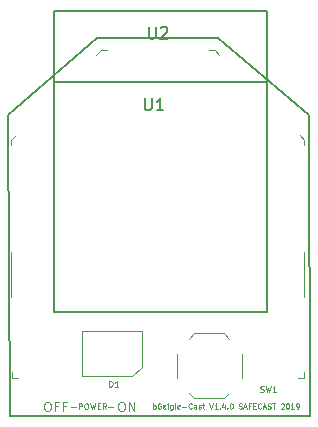
<source format=gto>
%TF.GenerationSoftware,KiCad,Pcbnew,(5.1.0-1094-g655126d66)*%
%TF.CreationDate,2019-06-26T20:43:34+09:00*%
%TF.ProjectId,xbee,78626565-2e6b-4696-9361-645f70636258,rev?*%
%TF.SameCoordinates,Original*%
%TF.FileFunction,Legend,Top*%
%TF.FilePolarity,Positive*%
%FSLAX46Y46*%
G04 Gerber Fmt 4.6, Leading zero omitted, Abs format (unit mm)*
G04 Created by KiCad (PCBNEW (5.1.0-1094-g655126d66)) date 2019-06-26 20:43:34*
%MOMM*%
%LPD*%
G04 APERTURE LIST*
%ADD10C,0.050000*%
%ADD11C,0.150000*%
%ADD12C,0.100000*%
%ADD13C,0.120000*%
%ADD14C,0.075000*%
G04 APERTURE END LIST*
D10*
X141076190Y-121509523D02*
X141504761Y-121509523D01*
X141695238Y-121676190D02*
X141695238Y-121176190D01*
X141885714Y-121176190D01*
X141933333Y-121200000D01*
X141957142Y-121223809D01*
X141980952Y-121271428D01*
X141980952Y-121342857D01*
X141957142Y-121390476D01*
X141933333Y-121414285D01*
X141885714Y-121438095D01*
X141695238Y-121438095D01*
X142290476Y-121176190D02*
X142385714Y-121176190D01*
X142433333Y-121200000D01*
X142480952Y-121247619D01*
X142504761Y-121342857D01*
X142504761Y-121509523D01*
X142480952Y-121604761D01*
X142433333Y-121652380D01*
X142385714Y-121676190D01*
X142290476Y-121676190D01*
X142242857Y-121652380D01*
X142195238Y-121604761D01*
X142171428Y-121509523D01*
X142171428Y-121342857D01*
X142195238Y-121247619D01*
X142242857Y-121200000D01*
X142290476Y-121176190D01*
X142671428Y-121176190D02*
X142790476Y-121676190D01*
X142885714Y-121319047D01*
X142980952Y-121676190D01*
X143100000Y-121176190D01*
X143290476Y-121414285D02*
X143457142Y-121414285D01*
X143528571Y-121676190D02*
X143290476Y-121676190D01*
X143290476Y-121176190D01*
X143528571Y-121176190D01*
X144028571Y-121676190D02*
X143861904Y-121438095D01*
X143742857Y-121676190D02*
X143742857Y-121176190D01*
X143933333Y-121176190D01*
X143980952Y-121200000D01*
X144004761Y-121223809D01*
X144028571Y-121271428D01*
X144028571Y-121342857D01*
X144004761Y-121390476D01*
X143980952Y-121414285D01*
X143933333Y-121438095D01*
X143742857Y-121438095D01*
X144195238Y-121509523D02*
X144623809Y-121509523D01*
X138988095Y-121061904D02*
X139140476Y-121061904D01*
X139216666Y-121100000D01*
X139292857Y-121176190D01*
X139330952Y-121328571D01*
X139330952Y-121595238D01*
X139292857Y-121747619D01*
X139216666Y-121823809D01*
X139140476Y-121861904D01*
X138988095Y-121861904D01*
X138911904Y-121823809D01*
X138835714Y-121747619D01*
X138797619Y-121595238D01*
X138797619Y-121328571D01*
X138835714Y-121176190D01*
X138911904Y-121100000D01*
X138988095Y-121061904D01*
X139940476Y-121442857D02*
X139673809Y-121442857D01*
X139673809Y-121861904D02*
X139673809Y-121061904D01*
X140054761Y-121061904D01*
X140626190Y-121442857D02*
X140359523Y-121442857D01*
X140359523Y-121861904D02*
X140359523Y-121061904D01*
X140740476Y-121061904D01*
X145254761Y-121061904D02*
X145407142Y-121061904D01*
X145483333Y-121100000D01*
X145559523Y-121176190D01*
X145597619Y-121328571D01*
X145597619Y-121595238D01*
X145559523Y-121747619D01*
X145483333Y-121823809D01*
X145407142Y-121861904D01*
X145254761Y-121861904D01*
X145178571Y-121823809D01*
X145102380Y-121747619D01*
X145064285Y-121595238D01*
X145064285Y-121328571D01*
X145102380Y-121176190D01*
X145178571Y-121100000D01*
X145254761Y-121061904D01*
X145940476Y-121861904D02*
X145940476Y-121061904D01*
X146397619Y-121861904D01*
X146397619Y-121061904D01*
D11*
X143250000Y-90250000D02*
X153500000Y-90250000D01*
X135750000Y-96750000D02*
X143250000Y-90250000D01*
X135750000Y-96750000D02*
X135850000Y-122250000D01*
X153500000Y-90250000D02*
X161201100Y-96750000D01*
X161201100Y-96750000D02*
X161250000Y-122250000D01*
X161250000Y-122250000D02*
X135850000Y-122250000D01*
D10*
X147989642Y-121628571D02*
X147989642Y-121178571D01*
X147989642Y-121350000D02*
X148032500Y-121328571D01*
X148118214Y-121328571D01*
X148161071Y-121350000D01*
X148182500Y-121371428D01*
X148203928Y-121414285D01*
X148203928Y-121542857D01*
X148182500Y-121585714D01*
X148161071Y-121607142D01*
X148118214Y-121628571D01*
X148032500Y-121628571D01*
X147989642Y-121607142D01*
X148632500Y-121200000D02*
X148589642Y-121178571D01*
X148525357Y-121178571D01*
X148461071Y-121200000D01*
X148418214Y-121242857D01*
X148396785Y-121285714D01*
X148375357Y-121371428D01*
X148375357Y-121435714D01*
X148396785Y-121521428D01*
X148418214Y-121564285D01*
X148461071Y-121607142D01*
X148525357Y-121628571D01*
X148568214Y-121628571D01*
X148632500Y-121607142D01*
X148653928Y-121585714D01*
X148653928Y-121435714D01*
X148568214Y-121435714D01*
X149018214Y-121607142D02*
X148975357Y-121628571D01*
X148889642Y-121628571D01*
X148846785Y-121607142D01*
X148825357Y-121564285D01*
X148825357Y-121392857D01*
X148846785Y-121350000D01*
X148889642Y-121328571D01*
X148975357Y-121328571D01*
X149018214Y-121350000D01*
X149039642Y-121392857D01*
X149039642Y-121435714D01*
X148825357Y-121478571D01*
X149232500Y-121628571D02*
X149232500Y-121328571D01*
X149232500Y-121178571D02*
X149211071Y-121200000D01*
X149232500Y-121221428D01*
X149253928Y-121200000D01*
X149232500Y-121178571D01*
X149232500Y-121221428D01*
X149639642Y-121328571D02*
X149639642Y-121692857D01*
X149618214Y-121735714D01*
X149596785Y-121757142D01*
X149553928Y-121778571D01*
X149489642Y-121778571D01*
X149446785Y-121757142D01*
X149639642Y-121607142D02*
X149596785Y-121628571D01*
X149511071Y-121628571D01*
X149468214Y-121607142D01*
X149446785Y-121585714D01*
X149425357Y-121542857D01*
X149425357Y-121414285D01*
X149446785Y-121371428D01*
X149468214Y-121350000D01*
X149511071Y-121328571D01*
X149596785Y-121328571D01*
X149639642Y-121350000D01*
X149853928Y-121628571D02*
X149853928Y-121328571D01*
X149853928Y-121178571D02*
X149832500Y-121200000D01*
X149853928Y-121221428D01*
X149875357Y-121200000D01*
X149853928Y-121178571D01*
X149853928Y-121221428D01*
X150239642Y-121607142D02*
X150196785Y-121628571D01*
X150111071Y-121628571D01*
X150068214Y-121607142D01*
X150046785Y-121564285D01*
X150046785Y-121392857D01*
X150068214Y-121350000D01*
X150111071Y-121328571D01*
X150196785Y-121328571D01*
X150239642Y-121350000D01*
X150261071Y-121392857D01*
X150261071Y-121435714D01*
X150046785Y-121478571D01*
X150453928Y-121457142D02*
X150796785Y-121457142D01*
X151268214Y-121585714D02*
X151246785Y-121607142D01*
X151182500Y-121628571D01*
X151139642Y-121628571D01*
X151075357Y-121607142D01*
X151032500Y-121564285D01*
X151011071Y-121521428D01*
X150989642Y-121435714D01*
X150989642Y-121371428D01*
X151011071Y-121285714D01*
X151032500Y-121242857D01*
X151075357Y-121200000D01*
X151139642Y-121178571D01*
X151182500Y-121178571D01*
X151246785Y-121200000D01*
X151268214Y-121221428D01*
X151653928Y-121628571D02*
X151653928Y-121392857D01*
X151632500Y-121350000D01*
X151589642Y-121328571D01*
X151503928Y-121328571D01*
X151461071Y-121350000D01*
X151653928Y-121607142D02*
X151611071Y-121628571D01*
X151503928Y-121628571D01*
X151461071Y-121607142D01*
X151439642Y-121564285D01*
X151439642Y-121521428D01*
X151461071Y-121478571D01*
X151503928Y-121457142D01*
X151611071Y-121457142D01*
X151653928Y-121435714D01*
X151846785Y-121607142D02*
X151889642Y-121628571D01*
X151975357Y-121628571D01*
X152018214Y-121607142D01*
X152039642Y-121564285D01*
X152039642Y-121542857D01*
X152018214Y-121500000D01*
X151975357Y-121478571D01*
X151911071Y-121478571D01*
X151868214Y-121457142D01*
X151846785Y-121414285D01*
X151846785Y-121392857D01*
X151868214Y-121350000D01*
X151911071Y-121328571D01*
X151975357Y-121328571D01*
X152018214Y-121350000D01*
X152168214Y-121328571D02*
X152339642Y-121328571D01*
X152232500Y-121178571D02*
X152232500Y-121564285D01*
X152253928Y-121607142D01*
X152296785Y-121628571D01*
X152339642Y-121628571D01*
X152768214Y-121178571D02*
X152918214Y-121628571D01*
X153068214Y-121178571D01*
X153453928Y-121628571D02*
X153196785Y-121628571D01*
X153325357Y-121628571D02*
X153325357Y-121178571D01*
X153282500Y-121242857D01*
X153239642Y-121285714D01*
X153196785Y-121307142D01*
X153646785Y-121585714D02*
X153668214Y-121607142D01*
X153646785Y-121628571D01*
X153625357Y-121607142D01*
X153646785Y-121585714D01*
X153646785Y-121628571D01*
X154053928Y-121328571D02*
X154053928Y-121628571D01*
X153946785Y-121157142D02*
X153839642Y-121478571D01*
X154118214Y-121478571D01*
X154289642Y-121585714D02*
X154311071Y-121607142D01*
X154289642Y-121628571D01*
X154268214Y-121607142D01*
X154289642Y-121585714D01*
X154289642Y-121628571D01*
X154589642Y-121178571D02*
X154632500Y-121178571D01*
X154675357Y-121200000D01*
X154696785Y-121221428D01*
X154718214Y-121264285D01*
X154739642Y-121350000D01*
X154739642Y-121457142D01*
X154718214Y-121542857D01*
X154696785Y-121585714D01*
X154675357Y-121607142D01*
X154632500Y-121628571D01*
X154589642Y-121628571D01*
X154546785Y-121607142D01*
X154525357Y-121585714D01*
X154503928Y-121542857D01*
X154482500Y-121457142D01*
X154482500Y-121350000D01*
X154503928Y-121264285D01*
X154525357Y-121221428D01*
X154546785Y-121200000D01*
X154589642Y-121178571D01*
X155253928Y-121607142D02*
X155318214Y-121628571D01*
X155425357Y-121628571D01*
X155468214Y-121607142D01*
X155489642Y-121585714D01*
X155511071Y-121542857D01*
X155511071Y-121500000D01*
X155489642Y-121457142D01*
X155468214Y-121435714D01*
X155425357Y-121414285D01*
X155339642Y-121392857D01*
X155296785Y-121371428D01*
X155275357Y-121350000D01*
X155253928Y-121307142D01*
X155253928Y-121264285D01*
X155275357Y-121221428D01*
X155296785Y-121200000D01*
X155339642Y-121178571D01*
X155446785Y-121178571D01*
X155511071Y-121200000D01*
X155682500Y-121500000D02*
X155896785Y-121500000D01*
X155639642Y-121628571D02*
X155789642Y-121178571D01*
X155939642Y-121628571D01*
X156239642Y-121392857D02*
X156089642Y-121392857D01*
X156089642Y-121628571D02*
X156089642Y-121178571D01*
X156303928Y-121178571D01*
X156475357Y-121392857D02*
X156625357Y-121392857D01*
X156689642Y-121628571D02*
X156475357Y-121628571D01*
X156475357Y-121178571D01*
X156689642Y-121178571D01*
X157139642Y-121585714D02*
X157118214Y-121607142D01*
X157053928Y-121628571D01*
X157011071Y-121628571D01*
X156946785Y-121607142D01*
X156903928Y-121564285D01*
X156882500Y-121521428D01*
X156861071Y-121435714D01*
X156861071Y-121371428D01*
X156882500Y-121285714D01*
X156903928Y-121242857D01*
X156946785Y-121200000D01*
X157011071Y-121178571D01*
X157053928Y-121178571D01*
X157118214Y-121200000D01*
X157139642Y-121221428D01*
X157311071Y-121500000D02*
X157525357Y-121500000D01*
X157268214Y-121628571D02*
X157418214Y-121178571D01*
X157568214Y-121628571D01*
X157696785Y-121607142D02*
X157761071Y-121628571D01*
X157868214Y-121628571D01*
X157911071Y-121607142D01*
X157932500Y-121585714D01*
X157953928Y-121542857D01*
X157953928Y-121500000D01*
X157932500Y-121457142D01*
X157911071Y-121435714D01*
X157868214Y-121414285D01*
X157782500Y-121392857D01*
X157739642Y-121371428D01*
X157718214Y-121350000D01*
X157696785Y-121307142D01*
X157696785Y-121264285D01*
X157718214Y-121221428D01*
X157739642Y-121200000D01*
X157782500Y-121178571D01*
X157889642Y-121178571D01*
X157953928Y-121200000D01*
X158082500Y-121178571D02*
X158339642Y-121178571D01*
X158211071Y-121628571D02*
X158211071Y-121178571D01*
X158811071Y-121221428D02*
X158832500Y-121200000D01*
X158875357Y-121178571D01*
X158982500Y-121178571D01*
X159025357Y-121200000D01*
X159046785Y-121221428D01*
X159068214Y-121264285D01*
X159068214Y-121307142D01*
X159046785Y-121371428D01*
X158789642Y-121628571D01*
X159068214Y-121628571D01*
X159346785Y-121178571D02*
X159389642Y-121178571D01*
X159432500Y-121200000D01*
X159453928Y-121221428D01*
X159475357Y-121264285D01*
X159496785Y-121350000D01*
X159496785Y-121457142D01*
X159475357Y-121542857D01*
X159453928Y-121585714D01*
X159432500Y-121607142D01*
X159389642Y-121628571D01*
X159346785Y-121628571D01*
X159303928Y-121607142D01*
X159282500Y-121585714D01*
X159261071Y-121542857D01*
X159239642Y-121457142D01*
X159239642Y-121350000D01*
X159261071Y-121264285D01*
X159282500Y-121221428D01*
X159303928Y-121200000D01*
X159346785Y-121178571D01*
X159925357Y-121628571D02*
X159668214Y-121628571D01*
X159796785Y-121628571D02*
X159796785Y-121178571D01*
X159753928Y-121242857D01*
X159711071Y-121285714D01*
X159668214Y-121307142D01*
X160139642Y-121628571D02*
X160225357Y-121628571D01*
X160268214Y-121607142D01*
X160289642Y-121585714D01*
X160332500Y-121521428D01*
X160353928Y-121435714D01*
X160353928Y-121264285D01*
X160332500Y-121221428D01*
X160311071Y-121200000D01*
X160268214Y-121178571D01*
X160182500Y-121178571D01*
X160139642Y-121200000D01*
X160118214Y-121221428D01*
X160096785Y-121264285D01*
X160096785Y-121371428D01*
X160118214Y-121414285D01*
X160139642Y-121435714D01*
X160182500Y-121457142D01*
X160268214Y-121457142D01*
X160311071Y-121435714D01*
X160332500Y-121414285D01*
X160353928Y-121371428D01*
D12*
X160750000Y-119050000D02*
X160250000Y-119050000D01*
X160750000Y-119050000D02*
X160750000Y-118550000D01*
X136050000Y-119050000D02*
X136550000Y-119050000D01*
X136050000Y-119050000D02*
X136050000Y-118550000D01*
X136000000Y-98850000D02*
X136000000Y-99350000D01*
X136000000Y-98850000D02*
X136400000Y-98450000D01*
X160800000Y-98850000D02*
X160400000Y-98450000D01*
X160800000Y-98850000D02*
X160800000Y-99350000D01*
X143600000Y-91250000D02*
X143200000Y-91650000D01*
X143600000Y-91250000D02*
X144100000Y-91250000D01*
X153200000Y-91250000D02*
X152700000Y-91250000D01*
X153200000Y-91250000D02*
X153600000Y-91650000D01*
X136000000Y-108350000D02*
X136000000Y-112150000D01*
X160800000Y-108350000D02*
X160800000Y-112150000D01*
D13*
X147050000Y-115100000D02*
X147050000Y-118100000D01*
X141956000Y-115100000D02*
X147050000Y-115100000D01*
X141956000Y-118900000D02*
X141956000Y-115100000D01*
X146250000Y-118900000D02*
X141956000Y-118900000D01*
X147050000Y-118100000D02*
X146250000Y-118900000D01*
D11*
X157600434Y-93982662D02*
X139600434Y-93982662D01*
X139600434Y-87982662D02*
X139600434Y-113482662D01*
X157600434Y-87982662D02*
X157600434Y-113482662D01*
X157600434Y-113482662D02*
X139600434Y-113482662D01*
X157600434Y-87982662D02*
X139600434Y-87982662D01*
D13*
X154450000Y-115700000D02*
X154000000Y-115250000D01*
X151050000Y-115700000D02*
X151500000Y-115250000D01*
X151050000Y-120300000D02*
X151500000Y-120750000D01*
X154450000Y-120300000D02*
X154000000Y-120750000D01*
X150000000Y-119000000D02*
X150000000Y-117000000D01*
X154000000Y-115250000D02*
X151500000Y-115250000D01*
X155500000Y-119000000D02*
X155500000Y-117000000D01*
X154000000Y-120750000D02*
X151500000Y-120750000D01*
D11*
X147638095Y-89312380D02*
X147638095Y-90121904D01*
X147685714Y-90217142D01*
X147733333Y-90264761D01*
X147828571Y-90312380D01*
X148019047Y-90312380D01*
X148114285Y-90264761D01*
X148161904Y-90217142D01*
X148209523Y-90121904D01*
X148209523Y-89312380D01*
X148638095Y-89407619D02*
X148685714Y-89360000D01*
X148780952Y-89312380D01*
X149019047Y-89312380D01*
X149114285Y-89360000D01*
X149161904Y-89407619D01*
X149209523Y-89502857D01*
X149209523Y-89598095D01*
X149161904Y-89740952D01*
X148590476Y-90312380D01*
X149209523Y-90312380D01*
D14*
X144280952Y-119776190D02*
X144280952Y-119276190D01*
X144400000Y-119276190D01*
X144471428Y-119300000D01*
X144519047Y-119347619D01*
X144542857Y-119395238D01*
X144566666Y-119490476D01*
X144566666Y-119561904D01*
X144542857Y-119657142D01*
X144519047Y-119704761D01*
X144471428Y-119752380D01*
X144400000Y-119776190D01*
X144280952Y-119776190D01*
X145042857Y-119776190D02*
X144757142Y-119776190D01*
X144900000Y-119776190D02*
X144900000Y-119276190D01*
X144852380Y-119347619D01*
X144804761Y-119395238D01*
X144757142Y-119419047D01*
D11*
X147291095Y-95352380D02*
X147291095Y-96161904D01*
X147338714Y-96257142D01*
X147386333Y-96304761D01*
X147481571Y-96352380D01*
X147672047Y-96352380D01*
X147767285Y-96304761D01*
X147814904Y-96257142D01*
X147862523Y-96161904D01*
X147862523Y-95352380D01*
X148862523Y-96352380D02*
X148291095Y-96352380D01*
X148576809Y-96352380D02*
X148576809Y-95352380D01*
X148481571Y-95495238D01*
X148386333Y-95590476D01*
X148291095Y-95638095D01*
D10*
X157083333Y-120202380D02*
X157154761Y-120226190D01*
X157273809Y-120226190D01*
X157321428Y-120202380D01*
X157345238Y-120178571D01*
X157369047Y-120130952D01*
X157369047Y-120083333D01*
X157345238Y-120035714D01*
X157321428Y-120011904D01*
X157273809Y-119988095D01*
X157178571Y-119964285D01*
X157130952Y-119940476D01*
X157107142Y-119916666D01*
X157083333Y-119869047D01*
X157083333Y-119821428D01*
X157107142Y-119773809D01*
X157130952Y-119750000D01*
X157178571Y-119726190D01*
X157297619Y-119726190D01*
X157369047Y-119750000D01*
X157535714Y-119726190D02*
X157654761Y-120226190D01*
X157750000Y-119869047D01*
X157845238Y-120226190D01*
X157964285Y-119726190D01*
X158416666Y-120226190D02*
X158130952Y-120226190D01*
X158273809Y-120226190D02*
X158273809Y-119726190D01*
X158226190Y-119797619D01*
X158178571Y-119845238D01*
X158130952Y-119869047D01*
M02*

</source>
